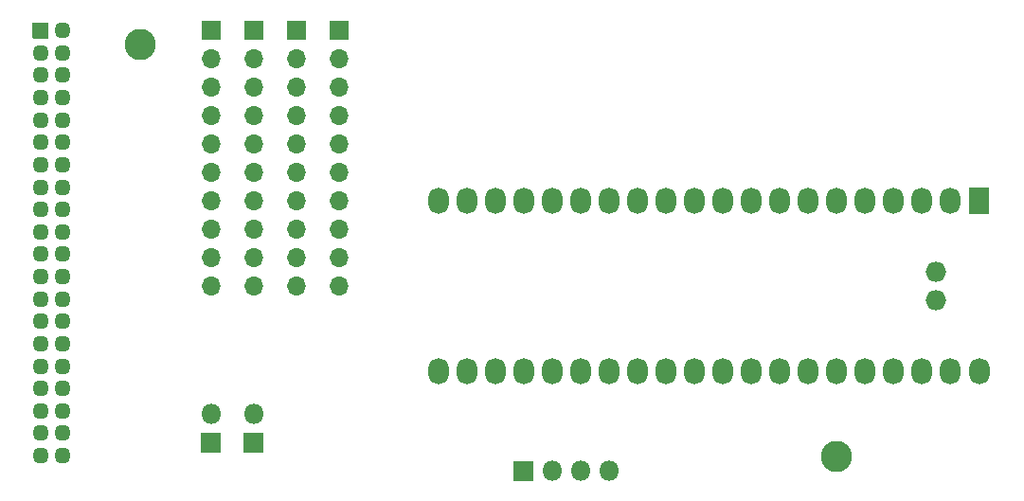
<source format=gbr>
%TF.GenerationSoftware,KiCad,Pcbnew,(5.1.10)-1*%
%TF.CreationDate,2021-06-14T15:07:00+02:00*%
%TF.ProjectId,bluepill_scsi,626c7565-7069-46c6-9c5f-736373692e6b,rev?*%
%TF.SameCoordinates,Original*%
%TF.FileFunction,Soldermask,Bot*%
%TF.FilePolarity,Negative*%
%FSLAX46Y46*%
G04 Gerber Fmt 4.6, Leading zero omitted, Abs format (unit mm)*
G04 Created by KiCad (PCBNEW (5.1.10)-1) date 2021-06-14 15:07:00*
%MOMM*%
%LPD*%
G01*
G04 APERTURE LIST*
%ADD10C,2.800000*%
%ADD11O,1.827200X1.827200*%
%ADD12O,1.827200X2.350000*%
%ADD13O,1.700000X1.700000*%
%ADD14O,1.800000X1.800000*%
%ADD15O,1.450000X1.450000*%
G04 APERTURE END LIST*
D10*
%TO.C,H2*%
X156210000Y-86360000D03*
%TD*%
%TO.C,H1*%
X218440000Y-123190000D03*
%TD*%
D11*
%TO.C,U1*%
X227380800Y-106690000D03*
X227380800Y-109230000D03*
D12*
X231241600Y-115570000D03*
X228650800Y-115570000D03*
X226110800Y-115570000D03*
X223570800Y-115570000D03*
X221030800Y-115570000D03*
X218490800Y-115570000D03*
X215950800Y-115570000D03*
X213410800Y-115570000D03*
X210870800Y-115570000D03*
X208330800Y-115570000D03*
X205790800Y-115570000D03*
X203250800Y-115570000D03*
X200710800Y-115570000D03*
X198170800Y-115570000D03*
X195630800Y-115570000D03*
X193090800Y-115570000D03*
X190550800Y-115570000D03*
X188010800Y-115570000D03*
X185470800Y-115570000D03*
X182930800Y-115570000D03*
X182930800Y-100330000D03*
X185470800Y-100330000D03*
X188010800Y-100330000D03*
X190550800Y-100330000D03*
X193090800Y-100330000D03*
X195630800Y-100330000D03*
X198170800Y-100330000D03*
X200710800Y-100330000D03*
X203250800Y-100330000D03*
X205790800Y-100330000D03*
X208330800Y-100330000D03*
X210870800Y-100330000D03*
X213410800Y-100330000D03*
X215950800Y-100330000D03*
X218490800Y-100330000D03*
X221030800Y-100330000D03*
X223570800Y-100330000D03*
X226110800Y-100330000D03*
X228650800Y-100330000D03*
G36*
G01*
X232104400Y-99205000D02*
X232104400Y-101455000D01*
G75*
G02*
X232054400Y-101505000I-50000J0D01*
G01*
X230327200Y-101505000D01*
G75*
G02*
X230277200Y-101455000I0J50000D01*
G01*
X230277200Y-99205000D01*
G75*
G02*
X230327200Y-99155000I50000J0D01*
G01*
X232054400Y-99155000D01*
G75*
G02*
X232104400Y-99205000I0J-50000D01*
G01*
G37*
%TD*%
D13*
%TO.C,RN4*%
X173990000Y-107950000D03*
X173990000Y-105410000D03*
X173990000Y-102870000D03*
X173990000Y-100330000D03*
X173990000Y-97790000D03*
X173990000Y-95250000D03*
X173990000Y-92710000D03*
X173990000Y-90170000D03*
X173990000Y-87630000D03*
G36*
G01*
X173190000Y-84240000D02*
X174790000Y-84240000D01*
G75*
G02*
X174840000Y-84290000I0J-50000D01*
G01*
X174840000Y-85890000D01*
G75*
G02*
X174790000Y-85940000I-50000J0D01*
G01*
X173190000Y-85940000D01*
G75*
G02*
X173140000Y-85890000I0J50000D01*
G01*
X173140000Y-84290000D01*
G75*
G02*
X173190000Y-84240000I50000J0D01*
G01*
G37*
%TD*%
%TO.C,RN3*%
X170180000Y-107950000D03*
X170180000Y-105410000D03*
X170180000Y-102870000D03*
X170180000Y-100330000D03*
X170180000Y-97790000D03*
X170180000Y-95250000D03*
X170180000Y-92710000D03*
X170180000Y-90170000D03*
X170180000Y-87630000D03*
G36*
G01*
X169380000Y-84240000D02*
X170980000Y-84240000D01*
G75*
G02*
X171030000Y-84290000I0J-50000D01*
G01*
X171030000Y-85890000D01*
G75*
G02*
X170980000Y-85940000I-50000J0D01*
G01*
X169380000Y-85940000D01*
G75*
G02*
X169330000Y-85890000I0J50000D01*
G01*
X169330000Y-84290000D01*
G75*
G02*
X169380000Y-84240000I50000J0D01*
G01*
G37*
%TD*%
%TO.C,RN2*%
G36*
G01*
X165570000Y-84240000D02*
X167170000Y-84240000D01*
G75*
G02*
X167220000Y-84290000I0J-50000D01*
G01*
X167220000Y-85890000D01*
G75*
G02*
X167170000Y-85940000I-50000J0D01*
G01*
X165570000Y-85940000D01*
G75*
G02*
X165520000Y-85890000I0J50000D01*
G01*
X165520000Y-84290000D01*
G75*
G02*
X165570000Y-84240000I50000J0D01*
G01*
G37*
X166370000Y-87630000D03*
X166370000Y-90170000D03*
X166370000Y-92710000D03*
X166370000Y-95250000D03*
X166370000Y-97790000D03*
X166370000Y-100330000D03*
X166370000Y-102870000D03*
X166370000Y-105410000D03*
X166370000Y-107950000D03*
%TD*%
%TO.C,RN1*%
X162560000Y-107950000D03*
X162560000Y-105410000D03*
X162560000Y-102870000D03*
X162560000Y-100330000D03*
X162560000Y-97790000D03*
X162560000Y-95250000D03*
X162560000Y-92710000D03*
X162560000Y-90170000D03*
X162560000Y-87630000D03*
G36*
G01*
X161760000Y-84240000D02*
X163360000Y-84240000D01*
G75*
G02*
X163410000Y-84290000I0J-50000D01*
G01*
X163410000Y-85890000D01*
G75*
G02*
X163360000Y-85940000I-50000J0D01*
G01*
X161760000Y-85940000D01*
G75*
G02*
X161710000Y-85890000I0J50000D01*
G01*
X161710000Y-84290000D01*
G75*
G02*
X161760000Y-84240000I50000J0D01*
G01*
G37*
%TD*%
D14*
%TO.C,JP2*%
X162560000Y-119380000D03*
G36*
G01*
X163460000Y-121070000D02*
X163460000Y-122770000D01*
G75*
G02*
X163410000Y-122820000I-50000J0D01*
G01*
X161710000Y-122820000D01*
G75*
G02*
X161660000Y-122770000I0J50000D01*
G01*
X161660000Y-121070000D01*
G75*
G02*
X161710000Y-121020000I50000J0D01*
G01*
X163410000Y-121020000D01*
G75*
G02*
X163460000Y-121070000I0J-50000D01*
G01*
G37*
%TD*%
%TO.C,JP1*%
X166370000Y-119380000D03*
G36*
G01*
X167270000Y-121070000D02*
X167270000Y-122770000D01*
G75*
G02*
X167220000Y-122820000I-50000J0D01*
G01*
X165520000Y-122820000D01*
G75*
G02*
X165470000Y-122770000I0J50000D01*
G01*
X165470000Y-121070000D01*
G75*
G02*
X165520000Y-121020000I50000J0D01*
G01*
X167220000Y-121020000D01*
G75*
G02*
X167270000Y-121070000I0J-50000D01*
G01*
G37*
%TD*%
D15*
%TO.C,J5*%
X149320000Y-123090000D03*
X147320000Y-123090000D03*
X149320000Y-121090000D03*
X147320000Y-121090000D03*
X149320000Y-119090000D03*
X147320000Y-119090000D03*
X149320000Y-117090000D03*
X147320000Y-117090000D03*
X149320000Y-115090000D03*
X147320000Y-115090000D03*
X149320000Y-113090000D03*
X147320000Y-113090000D03*
X149320000Y-111090000D03*
X147320000Y-111090000D03*
X149320000Y-109090000D03*
X147320000Y-109090000D03*
X149320000Y-107090000D03*
X147320000Y-107090000D03*
X149320000Y-105090000D03*
X147320000Y-105090000D03*
X149320000Y-103090000D03*
X147320000Y-103090000D03*
X149320000Y-101090000D03*
X147320000Y-101090000D03*
X149320000Y-99090000D03*
X147320000Y-99090000D03*
X149320000Y-97090000D03*
X147320000Y-97090000D03*
X149320000Y-95090000D03*
X147320000Y-95090000D03*
X149320000Y-93090000D03*
X147320000Y-93090000D03*
X149320000Y-91090000D03*
X147320000Y-91090000D03*
X149320000Y-89090000D03*
X147320000Y-89090000D03*
X149320000Y-87090000D03*
X147320000Y-87090000D03*
X149320000Y-85090000D03*
G36*
G01*
X146595000Y-85765000D02*
X146595000Y-84415000D01*
G75*
G02*
X146645000Y-84365000I50000J0D01*
G01*
X147995000Y-84365000D01*
G75*
G02*
X148045000Y-84415000I0J-50000D01*
G01*
X148045000Y-85765000D01*
G75*
G02*
X147995000Y-85815000I-50000J0D01*
G01*
X146645000Y-85815000D01*
G75*
G02*
X146595000Y-85765000I0J50000D01*
G01*
G37*
%TD*%
%TO.C,J3*%
G36*
G01*
X191350000Y-125360000D02*
X189650000Y-125360000D01*
G75*
G02*
X189600000Y-125310000I0J50000D01*
G01*
X189600000Y-123610000D01*
G75*
G02*
X189650000Y-123560000I50000J0D01*
G01*
X191350000Y-123560000D01*
G75*
G02*
X191400000Y-123610000I0J-50000D01*
G01*
X191400000Y-125310000D01*
G75*
G02*
X191350000Y-125360000I-50000J0D01*
G01*
G37*
D14*
X193040000Y-124460000D03*
X195580000Y-124460000D03*
X198120000Y-124460000D03*
%TD*%
M02*

</source>
